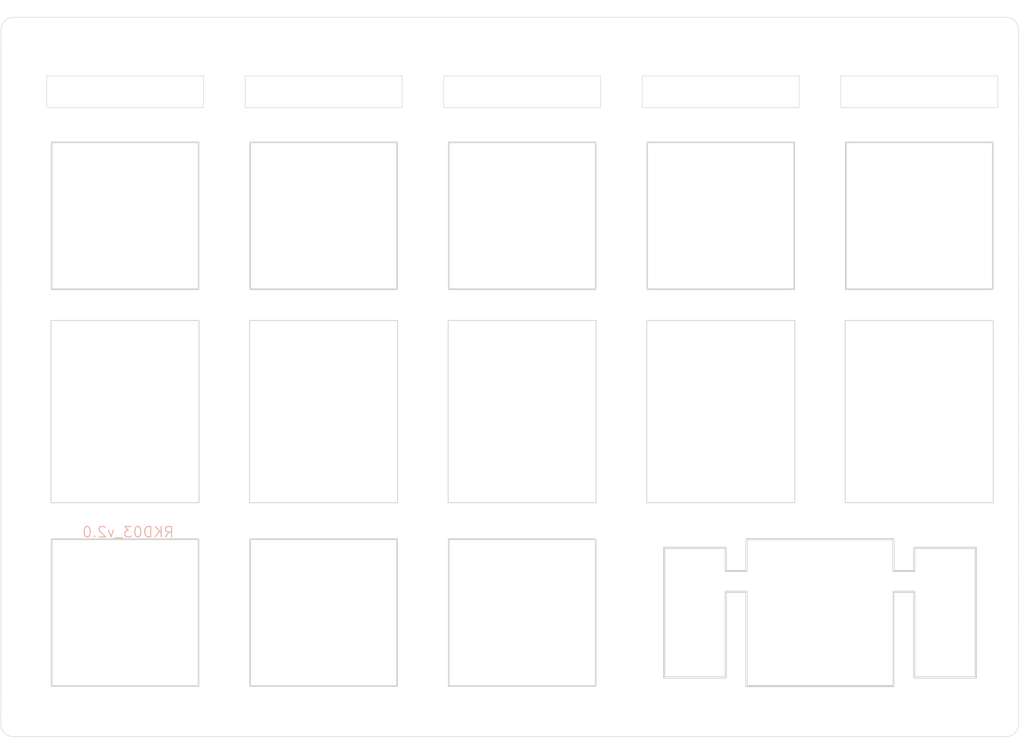
<source format=kicad_pcb>
(kicad_pcb (version 20240108) (generator "pcbnew") (generator_version "8.0")
  (layers (0 "F.Cu" signal) (31 "B.Cu" signal) (34 "B.Paste" user) (35 "F.Paste" user) (36 "B.SilkS" user "B.Silkscreen") (37 "F.SilkS" user "F.Silkscreen") (38 "B.Mask" user) (39 "F.Mask" user) (44 "Edge.Cuts" user))
  (net 0 "")
  (footprint "kbd_Hole:m2_Screw_Hole" (layer "F.Cu") (at 45.24375 47.625)
    (property "Reference" "Ref**")
    (property "Value" "Val**")
    (pad "" np_thru_hole circle (at 0 0) (size 2.2 2.2) (drill 2.2) (layers "*.Cu" "*.Mask"))
  )
  (footprint "Rikkodo_FootPrint:rkd_KeyHall_3x15" (layer "F.Cu") (at 130.9688 52.3875)
    (property "Reference" "LED5" (hide yes))
    (property "Value" "LED_SK6812MINI-E" (hide yes))
    (fp_line (start -7.525 1.525) (end -7.525 -1.525) (stroke (width 0.05)) (layer "Edge.Cuts"))
    (fp_line (start 7.525 -1.525) (end -7.525 -1.525) (stroke (width 0.05)) (layer "Edge.Cuts"))
    (fp_line (start 7.525 -1.525) (end 7.525 1.525) (stroke (width 0.05)) (layer "Edge.Cuts"))
    (fp_line (start 7.525 1.525) (end -7.525 1.525) (stroke (width 0.05)) (layer "Edge.Cuts"))
  )
  (footprint "kbd_SW_Hole:SW_Hole_1u" (layer "F.Cu") (at 73.8188 102.3937)
    (property "Reference" "SW6" (hide yes))
    (property "Value" "SW_Push" (hide yes))
    (fp_line (start -7.05 -7.05) (end 7.05 -7.05) (stroke (width 0.15)) (layer "Edge.Cuts"))
    (fp_line (start -7.05 7.05) (end -7.05 -7.05) (stroke (width 0.15)) (layer "Edge.Cuts"))
    (fp_line (start 7.05 -7.05) (end 7.05 7.05) (stroke (width 0.15)) (layer "Edge.Cuts"))
    (fp_line (start 7.05 7.05) (end -7.05 7.05) (stroke (width 0.15)) (layer "Edge.Cuts"))
  )
  (footprint "kbd_SW_Hole:SW_Hole_1u" (layer "F.Cu") (at 92.8688 102.3937)
    (property "Reference" "SW9" (hide yes))
    (property "Value" "SW_Push" (hide yes))
    (fp_line (start -7.05 -7.05) (end 7.05 -7.05) (stroke (width 0.15)) (layer "Edge.Cuts"))
    (fp_line (start -7.05 7.05) (end -7.05 -7.05) (stroke (width 0.15)) (layer "Edge.Cuts"))
    (fp_line (start 7.05 -7.05) (end 7.05 7.05) (stroke (width 0.15)) (layer "Edge.Cuts"))
    (fp_line (start 7.05 7.05) (end -7.05 7.05) (stroke (width 0.15)) (layer "Edge.Cuts"))
  )
  (footprint "Rikkodo_FootPrint:rkd_KeyHall_3x15" (layer "F.Cu") (at 54.7688 52.3874)
    (property "Reference" "LED1" (hide yes))
    (property "Value" "LED_SK6812MINI-E" (hide yes))
    (fp_line (start -7.525 1.525) (end -7.525 -1.525) (stroke (width 0.05)) (layer "Edge.Cuts"))
    (fp_line (start 7.525 -1.525) (end -7.525 -1.525) (stroke (width 0.05)) (layer "Edge.Cuts"))
    (fp_line (start 7.525 -1.525) (end 7.525 1.525) (stroke (width 0.05)) (layer "Edge.Cuts"))
    (fp_line (start 7.525 1.525) (end -7.525 1.525) (stroke (width 0.05)) (layer "Edge.Cuts"))
  )
  (footprint "Rikkodo_FootPrint:rkd_KeyHall_3x15" (layer "F.Cu") (at 92.8688 52.3874)
    (property "Reference" "LED3" (hide yes))
    (property "Value" "LED_SK6812MINI-E" (hide yes))
    (fp_line (start -7.525 1.525) (end -7.525 -1.525) (stroke (width 0.05)) (layer "Edge.Cuts"))
    (fp_line (start 7.525 -1.525) (end -7.525 -1.525) (stroke (width 0.05)) (layer "Edge.Cuts"))
    (fp_line (start 7.525 -1.525) (end 7.525 1.525) (stroke (width 0.05)) (layer "Edge.Cuts"))
    (fp_line (start 7.525 1.525) (end -7.525 1.525) (stroke (width 0.05)) (layer "Edge.Cuts"))
  )
  (footprint "kbd_Hole:m2_Screw_Hole" (layer "F.Cu") (at 138.1125 111.91875)
    (property "Reference" "Ref**")
    (property "Value" "Val**")
    (pad "" np_thru_hole circle (at 0 0) (size 2.2 2.2) (drill 2.2) (layers "*.Cu" "*.Mask"))
  )
  (footprint "BrownSugar_KBD:RotaryEncoder_EC11-Hole" (layer "F.Cu") (at 92.86875 83.34375 180)
    (property "Reference" "REF**")
    (property "Value" "RotaryEncoder_EC11-Hole")
    (fp_line (start 7.1 9) (end -7.1 9) (stroke (width 0.08)) (layer "Edge.Cuts"))
    (fp_line (start 7.1 -8.5) (end 7.1 9) (stroke (width 0.08)) (layer "Edge.Cuts"))
    (fp_line (start -7.1 9) (end -7.1 -8.5) (stroke (width 0.08)) (layer "Edge.Cuts"))
    (fp_line (start -7.1 -8.5) (end 7.1 -8.5) (stroke (width 0.08)) (layer "Edge.Cuts"))
  )
  (footprint "kbd_SW_Hole:SW_Hole_1u" (layer "F.Cu") (at 54.7688 102.3937)
    (property "Reference" "SW3" (hide yes))
    (property "Value" "SW_Push" (hide yes))
    (fp_line (start -7.05 -7.05) (end 7.05 -7.05) (stroke (width 0.15)) (layer "Edge.Cuts"))
    (fp_line (start -7.05 7.05) (end -7.05 -7.05) (stroke (width 0.15)) (layer "Edge.Cuts"))
    (fp_line (start 7.05 -7.05) (end 7.05 7.05) (stroke (width 0.15)) (layer "Edge.Cuts"))
    (fp_line (start 7.05 7.05) (end -7.05 7.05) (stroke (width 0.15)) (layer "Edge.Cuts"))
  )
  (footprint "kbd_Hole:m2_Screw_Hole" (layer "F.Cu") (at 45.24375 111.91875)
    (property "Reference" "Ref**")
    (property "Value" "Val**")
    (pad "" np_thru_hole circle (at 0 0) (size 2.2 2.2) (drill 2.2) (layers "*.Cu" "*.Mask"))
  )
  (footprint "Rikkodo_FootPrint:rkd_Gateron_2u_Top_Hole_Stab" (layer "F.Cu") (at 121.44375 102.39375)
    (property "Reference" "SW12" (hide yes))
    (property "Value" "SW_Push" (hide yes))
    (fp_line (start -14.95 -6.225) (end -14.95 6.225) (stroke (width 0.2)) (layer "Edge.Cuts"))
    (fp_line (start -14.95 -6.225) (end -9.05 -6.225) (stroke (width 0.2)) (layer "Edge.Cuts"))
    (fp_line (start -9.05 -6.225) (end -9.05 -4) (stroke (width 0.2)) (layer "Edge.Cuts"))
    (fp_line (start -9.05 -4) (end -7.05 -4) (stroke (width 0.2)) (layer "Edge.Cuts"))
    (fp_line (start -9.05 -2) (end -9.05 6.225) (stroke (width 0.2)) (layer "Edge.Cuts"))
    (fp_line (start -9.05 -2) (end -7.05 -2) (stroke (width 0.2)) (layer "Edge.Cuts"))
    (fp_line (start -9.05 6.225) (end -14.95 6.225) (stroke (width 0.2)) (layer "Edge.Cuts"))
    (fp_line (start -7.05 -7.05) (end 7.05 -7.05) (stroke (width 0.2)) (layer "Edge.Cuts"))
    (fp_line (start -7.05 -4) (end -7.05 -7.05) (stroke (width 0.2)) (layer "Edge.Cuts"))
    (fp_line (start -7.05 7.05) (end -7.05 -2) (stroke (width 0.2)) (layer "Edge.Cuts"))
    (fp_line (start 7.05 -4) (end 7.05 -7.05) (stroke (width 0.2)) (layer "Edge.Cuts"))
    (fp_line (start 7.05 -4) (end 9.05 -4) (stroke (width 0.2)) (layer "Edge.Cuts"))
    (fp_line (start 7.05 -2) (end 7.05 7.05) (stroke (width 0.15)) (layer "Edge.Cuts"))
    (fp_line (start 7.05 -2) (end 9.05 -2) (stroke (width 0.2)) (layer "Edge.Cuts"))
    (fp_line (start 7.05 7.05) (end -7.05 7.05) (stroke (width 0.2)) (layer "Edge.Cuts"))
    (fp_line (start 9.05 -6.225) (end 9.05 -4) (stroke (width 0.2)) (layer "Edge.Cuts"))
    (fp_line (start 9.05 -6.225) (end 14.95 -6.225) (stroke (width 0.2)) (layer "Edge.Cuts"))
    (fp_line (start 9.05 -2) (end 9.05 6.225) (stroke (width 0.2)) (layer "Edge.Cuts"))
    (fp_line (start 14.95 -6.225) (end 14.95 6.225) (stroke (width 0.2)) (layer "Edge.Cuts"))
    (fp_line (start 14.95 6.225) (end 9.05 6.225) (stroke (width 0.2)) (layer "Edge.Cuts"))
  )
  (footprint "kbd_SW_Hole:SW_Hole_1u" (layer "F.Cu") (at 92.8688 64.2937)
    (property "Reference" "SW7" (hide yes))
    (property "Value" "SW_Push" (hide yes))
    (fp_line (start -7.05 -7.05) (end 7.05 -7.05) (stroke (width 0.15)) (layer "Edge.Cuts"))
    (fp_line (start -7.05 7.05) (end -7.05 -7.05) (stroke (width 0.15)) (layer "Edge.Cuts"))
    (fp_line (start 7.05 -7.05) (end 7.05 7.05) (stroke (width 0.15)) (layer "Edge.Cuts"))
    (fp_line (start 7.05 7.05) (end -7.05 7.05) (stroke (width 0.15)) (layer "Edge.Cuts"))
  )
  (footprint "kbd_Hole:m2_Screw_Hole" (layer "F.Cu") (at 138.1125 47.625)
    (property "Reference" "Ref**")
    (property "Value" "Val**")
    (pad "" np_thru_hole circle (at 0 0) (size 2.2 2.2) (drill 2.2) (layers "*.Cu" "*.Mask"))
  )
  (footprint "kbd_SW_Hole:SW_Hole_1u" (layer "F.Cu") (at 130.9688 64.2937)
    (property "Reference" "SW13" (hide yes))
    (property "Value" "SW_Push" (hide yes))
    (fp_line (start -7.05 -7.05) (end 7.05 -7.05) (stroke (width 0.15)) (layer "Edge.Cuts"))
    (fp_line (start -7.05 7.05) (end -7.05 -7.05) (stroke (width 0.15)) (layer "Edge.Cuts"))
    (fp_line (start 7.05 -7.05) (end 7.05 7.05) (stroke (width 0.15)) (layer "Edge.Cuts"))
    (fp_line (start 7.05 7.05) (end -7.05 7.05) (stroke (width 0.15)) (layer "Edge.Cuts"))
  )
  (footprint "BrownSugar_KBD:RotaryEncoder_EC11-Hole" (layer "F.Cu") (at 73.81875 83.34375 180)
    (property "Reference" "REF**")
    (property "Value" "RotaryEncoder_EC11-Hole")
    (fp_line (start 7.1 9) (end -7.1 9) (stroke (width 0.08)) (layer "Edge.Cuts"))
    (fp_line (start 7.1 -8.5) (end 7.1 9) (stroke (width 0.08)) (layer "Edge.Cuts"))
    (fp_line (start -7.1 9) (end -7.1 -8.5) (stroke (width 0.08)) (layer "Edge.Cuts"))
    (fp_line (start -7.1 -8.5) (end 7.1 -8.5) (stroke (width 0.08)) (layer "Edge.Cuts"))
  )
  (footprint "Rikkodo_FootPrint:rkd_KeyHall_3x15" (layer "F.Cu") (at 111.9188 52.3875)
    (property "Reference" "LED4" (hide yes))
    (property "Value" "LED_SK6812MINI-E" (hide yes))
    (fp_line (start -7.525 1.525) (end -7.525 -1.525) (stroke (width 0.05)) (layer "Edge.Cuts"))
    (fp_line (start 7.525 -1.525) (end -7.525 -1.525) (stroke (width 0.05)) (layer "Edge.Cuts"))
    (fp_line (start 7.525 -1.525) (end 7.525 1.525) (stroke (width 0.05)) (layer "Edge.Cuts"))
    (fp_line (start 7.525 1.525) (end -7.525 1.525) (stroke (width 0.05)) (layer "Edge.Cuts"))
  )
  (footprint "kbd_SW_Hole:SW_Hole_1u" (layer "F.Cu") (at 73.8188 64.2937)
    (property "Reference" "SW4" (hide yes))
    (property "Value" "SW_Push" (hide yes))
    (fp_line (start -7.05 -7.05) (end 7.05 -7.05) (stroke (width 0.15)) (layer "Edge.Cuts"))
    (fp_line (start -7.05 7.05) (end -7.05 -7.05) (stroke (width 0.15)) (layer "Edge.Cuts"))
    (fp_line (start 7.05 -7.05) (end 7.05 7.05) (stroke (width 0.15)) (layer "Edge.Cuts"))
    (fp_line (start 7.05 7.05) (end -7.05 7.05) (stroke (width 0.15)) (layer "Edge.Cuts"))
  )
  (footprint "BrownSugar_KBD:RotaryEncoder_EC11-Hole" (layer "F.Cu") (at 54.76875 83.34375 180)
    (property "Reference" "REF**")
    (property "Value" "RotaryEncoder_EC11-Hole")
    (fp_line (start 7.1 9) (end -7.1 9) (stroke (width 0.08)) (layer "Edge.Cuts"))
    (fp_line (start 7.1 -8.5) (end 7.1 9) (stroke (width 0.08)) (layer "Edge.Cuts"))
    (fp_line (start -7.1 9) (end -7.1 -8.5) (stroke (width 0.08)) (layer "Edge.Cuts"))
    (fp_line (start -7.1 -8.5) (end 7.1 -8.5) (stroke (width 0.08)) (layer "Edge.Cuts"))
  )
  (footprint "BrownSugar_KBD:RotaryEncoder_EC11-Hole" (layer "F.Cu") (at 111.91875 83.34375 180)
    (property "Reference" "REF**")
    (property "Value" "RotaryEncoder_EC11-Hole")
    (fp_line (start 7.1 9) (end -7.1 9) (stroke (width 0.08)) (layer "Edge.Cuts"))
    (fp_line (start 7.1 -8.5) (end 7.1 9) (stroke (width 0.08)) (layer "Edge.Cuts"))
    (fp_line (start -7.1 9) (end -7.1 -8.5) (stroke (width 0.08)) (layer "Edge.Cuts"))
    (fp_line (start -7.1 -8.5) (end 7.1 -8.5) (stroke (width 0.08)) (layer "Edge.Cuts"))
  )
  (footprint "kbd_SW_Hole:SW_Hole_1u" (layer "F.Cu") (at 111.9188 64.2937)
    (property "Reference" "SW10" (hide yes))
    (property "Value" "SW_Push" (hide yes))
    (fp_line (start -7.05 -7.05) (end 7.05 -7.05) (stroke (width 0.15)) (layer "Edge.Cuts"))
    (fp_line (start -7.05 7.05) (end -7.05 -7.05) (stroke (width 0.15)) (layer "Edge.Cuts"))
    (fp_line (start 7.05 -7.05) (end 7.05 7.05) (stroke (width 0.15)) (layer "Edge.Cuts"))
    (fp_line (start 7.05 7.05) (end -7.05 7.05) (stroke (width 0.15)) (layer "Edge.Cuts"))
  )
  (footprint "BrownSugar_KBD:RotaryEncoder_EC11-Hole" (layer "F.Cu") (at 130.96875 83.34375 180)
    (property "Reference" "REF**")
    (property "Value" "RotaryEncoder_EC11-Hole")
    (fp_line (start 7.1 9) (end -7.1 9) (stroke (width 0.08)) (layer "Edge.Cuts"))
    (fp_line (start 7.1 -8.5) (end 7.1 9) (stroke (width 0.08)) (layer "Edge.Cuts"))
    (fp_line (start -7.1 9) (end -7.1 -8.5) (stroke (width 0.08)) (layer "Edge.Cuts"))
    (fp_line (start -7.1 -8.5) (end 7.1 -8.5) (stroke (width 0.08)) (layer "Edge.Cuts"))
  )
  (footprint "Rikkodo_FootPrint:rkd_KeyHall_3x15" (layer "F.Cu") (at 73.8188 52.3874)
    (property "Reference" "LED2" (hide yes))
    (property "Value" "LED_SK6812MINI-E" (hide yes))
    (fp_line (start -7.525 1.525) (end -7.525 -1.525) (stroke (width 0.05)) (layer "Edge.Cuts"))
    (fp_line (start 7.525 -1.525) (end -7.525 -1.525) (stroke (width 0.05)) (layer "Edge.Cuts"))
    (fp_line (start 7.525 -1.525) (end 7.525 1.525) (stroke (width 0.05)) (layer "Edge.Cuts"))
    (fp_line (start 7.525 1.525) (end -7.525 1.525) (stroke (width 0.05)) (layer "Edge.Cuts"))
  )
  (footprint "kbd_SW_Hole:SW_Hole_1u" (layer "F.Cu") (at 54.7687 64.2937)
    (property "Reference" "SW1" (hide yes))
    (property "Value" "SW_Push" (hide yes))
    (fp_line (start -7.05 -7.05) (end 7.05 -7.05) (stroke (width 0.15)) (layer "Edge.Cuts"))
    (fp_line (start -7.05 7.05) (end -7.05 -7.05) (stroke (width 0.15)) (layer "Edge.Cuts"))
    (fp_line (start 7.05 -7.05) (end 7.05 7.05) (stroke (width 0.15)) (layer "Edge.Cuts"))
    (fp_line (start 7.05 7.05) (end -7.05 7.05) (stroke (width 0.15)) (layer "Edge.Cuts"))
  )
  (gr_line (start 42.862525 46.43435) (end 42.853125 113.1094) (stroke (width 0.05)) (layer "Edge.Cuts"))
  (gr_arc (start 42.862525 46.43435) (mid 43.211254 45.592494) (end 44.053125 45.24375) (stroke (width 0.05)) (layer "Edge.Cuts"))
  (gr_arc (start 140.49375 113.1094) (mid 140.145015 113.951283) (end 139.303125 114.300025) (stroke (width 0.05)) (layer "Edge.Cuts"))
  (gr_line (start 140.503125 46.434375) (end 140.49375 113.1094) (stroke (width 0.05)) (layer "Edge.Cuts"))
  (gr_line (start 44.04375 114.300025) (end 139.303125 114.300025) (stroke (width 0.05)) (layer "Edge.Cuts"))
  (gr_arc (start 44.04375 114.300025) (mid 43.201874 113.951283) (end 42.853125 113.1094) (stroke (width 0.05)) (layer "Edge.Cuts"))
  (gr_arc (start 139.303125 45.243775) (mid 140.145015 45.592503) (end 140.49375 46.4344) (stroke (width 0.05)) (layer "Edge.Cuts"))
  (gr_line (start 44.053125 45.24375) (end 139.303125 45.243775) (stroke (width 0.05)) (layer "Edge.Cuts"))
  (gr_text "RKD03_v2.0" (at 59.53125 95.25 0) (layer "B.SilkS") (effects (font (size 1 1) (thickness 0.1)) (justify left bottom mirror)))
)
</source>
